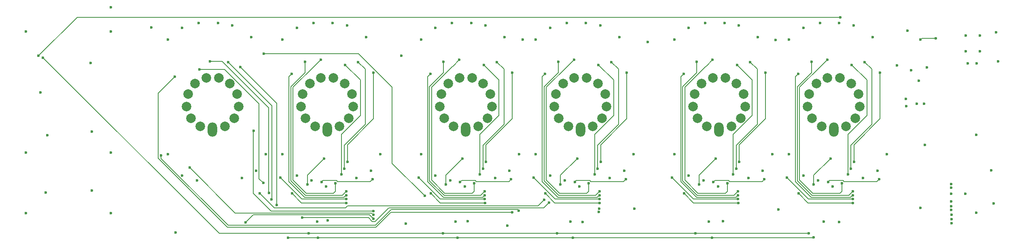
<source format=gbl>
G04 #@! TF.GenerationSoftware,KiCad,Pcbnew,8.0.5+1*
G04 #@! TF.CreationDate,2024-11-03T00:00:47+00:00*
G04 #@! TF.ProjectId,nixie_clock,6e697869-655f-4636-9c6f-636b2e6b6963,rev?*
G04 #@! TF.SameCoordinates,Original*
G04 #@! TF.FileFunction,Copper,L6,Bot*
G04 #@! TF.FilePolarity,Positive*
%FSLAX46Y46*%
G04 Gerber Fmt 4.6, Leading zero omitted, Abs format (unit mm)*
G04 Created by KiCad (PCBNEW 8.0.5+1) date 2024-11-03 00:00:47*
%MOMM*%
%LPD*%
G01*
G04 APERTURE LIST*
G04 #@! TA.AperFunction,ComponentPad*
%ADD10O,2.000000X3.000000*%
G04 #@! TD*
G04 #@! TA.AperFunction,ComponentPad*
%ADD11C,2.000000*%
G04 #@! TD*
G04 #@! TA.AperFunction,ViaPad*
%ADD12C,0.600000*%
G04 #@! TD*
G04 #@! TA.AperFunction,Conductor*
%ADD13C,0.200000*%
G04 #@! TD*
G04 APERTURE END LIST*
D10*
G04 #@! TO.P,V4,1,Anode*
G04 #@! TO.N,+170V*
X184000000Y-105500000D03*
D11*
G04 #@! TO.P,V4,2,Comma_L*
G04 #@! TO.N,Net-(U48-COLLECTOR)*
X181444023Y-104870008D03*
G04 #@! TO.P,V4,3,Cath_1*
G04 #@! TO.N,Net-(U49-COLLECTOR)*
X179473589Y-103124356D03*
G04 #@! TO.P,V4,4,Cath_2*
G04 #@! TO.N,Net-(U50-COLLECTOR)*
X178540101Y-100662952D03*
G04 #@! TO.P,V4,5,Cath_3*
G04 #@! TO.N,Net-(U51-COLLECTOR)*
X178857411Y-98049673D03*
G04 #@! TO.P,V4,6,Cath_4*
G04 #@! TO.N,Net-(U52-COLLECTOR)*
X180352825Y-95883191D03*
G04 #@! TO.P,V4,7,Cath_5*
G04 #@! TO.N,Net-(U53-COLLECTOR)*
X182683764Y-94659820D03*
G04 #@! TO.P,V4,8,Cath_6*
G04 #@! TO.N,Net-(U47-COLLECTOR)*
X185316236Y-94659820D03*
G04 #@! TO.P,V4,9,Cath_7*
G04 #@! TO.N,Net-(U46-COLLECTOR)*
X187647175Y-95883191D03*
G04 #@! TO.P,V4,10,Cath_8*
G04 #@! TO.N,Net-(U45-COLLECTOR)*
X189142589Y-98049673D03*
G04 #@! TO.P,V4,11,Cath_9*
G04 #@! TO.N,Net-(U44-COLLECTOR)*
X189459899Y-100662952D03*
G04 #@! TO.P,V4,12,Cath_0*
G04 #@! TO.N,Net-(U43-COLLECTOR)*
X188526411Y-103124356D03*
G04 #@! TO.P,V4,13,Comma_R*
G04 #@! TO.N,Net-(U42-COLLECTOR)*
X186555977Y-104870008D03*
G04 #@! TD*
D10*
G04 #@! TO.P,V5,1,Anode*
G04 #@! TO.N,+170V*
X208000000Y-105500000D03*
D11*
G04 #@! TO.P,V5,2,Comma_L*
G04 #@! TO.N,Net-(U61-COLLECTOR)*
X205444023Y-104870008D03*
G04 #@! TO.P,V5,3,Cath_1*
G04 #@! TO.N,Net-(U62-COLLECTOR)*
X203473589Y-103124356D03*
G04 #@! TO.P,V5,4,Cath_2*
G04 #@! TO.N,Net-(U63-COLLECTOR)*
X202540101Y-100662952D03*
G04 #@! TO.P,V5,5,Cath_3*
G04 #@! TO.N,Net-(U64-COLLECTOR)*
X202857411Y-98049673D03*
G04 #@! TO.P,V5,6,Cath_4*
G04 #@! TO.N,Net-(U65-COLLECTOR)*
X204352825Y-95883191D03*
G04 #@! TO.P,V5,7,Cath_5*
G04 #@! TO.N,Net-(U78-COLLECTOR)*
X206683764Y-94659820D03*
G04 #@! TO.P,V5,8,Cath_6*
G04 #@! TO.N,Net-(U60-COLLECTOR)*
X209316236Y-94659820D03*
G04 #@! TO.P,V5,9,Cath_7*
G04 #@! TO.N,Net-(U59-COLLECTOR)*
X211647175Y-95883191D03*
G04 #@! TO.P,V5,10,Cath_8*
G04 #@! TO.N,Net-(U58-COLLECTOR)*
X213142589Y-98049673D03*
G04 #@! TO.P,V5,11,Cath_9*
G04 #@! TO.N,Net-(U57-COLLECTOR)*
X213459899Y-100662952D03*
G04 #@! TO.P,V5,12,Cath_0*
G04 #@! TO.N,Net-(U56-COLLECTOR)*
X212526411Y-103124356D03*
G04 #@! TO.P,V5,13,Comma_R*
G04 #@! TO.N,Net-(U55-COLLECTOR)*
X210555977Y-104870008D03*
G04 #@! TD*
D10*
G04 #@! TO.P,V2,1,Anode*
G04 #@! TO.N,+170V*
X102000000Y-105500000D03*
D11*
G04 #@! TO.P,V2,2,Comma_L*
G04 #@! TO.N,Net-(U22-COLLECTOR)*
X99444023Y-104870008D03*
G04 #@! TO.P,V2,3,Cath_1*
G04 #@! TO.N,Net-(U23-COLLECTOR)*
X97473589Y-103124356D03*
G04 #@! TO.P,V2,4,Cath_2*
G04 #@! TO.N,Net-(U24-COLLECTOR)*
X96540101Y-100662952D03*
G04 #@! TO.P,V2,5,Cath_3*
G04 #@! TO.N,Net-(U25-COLLECTOR)*
X96857411Y-98049673D03*
G04 #@! TO.P,V2,6,Cath_4*
G04 #@! TO.N,Net-(U26-COLLECTOR)*
X98352825Y-95883191D03*
G04 #@! TO.P,V2,7,Cath_5*
G04 #@! TO.N,Net-(U27-COLLECTOR)*
X100683764Y-94659820D03*
G04 #@! TO.P,V2,8,Cath_6*
G04 #@! TO.N,Net-(U21-COLLECTOR)*
X103316236Y-94659820D03*
G04 #@! TO.P,V2,9,Cath_7*
G04 #@! TO.N,Net-(U20-COLLECTOR)*
X105647175Y-95883191D03*
G04 #@! TO.P,V2,10,Cath_8*
G04 #@! TO.N,Net-(U19-COLLECTOR)*
X107142589Y-98049673D03*
G04 #@! TO.P,V2,11,Cath_9*
G04 #@! TO.N,Net-(U18-COLLECTOR)*
X107459899Y-100662952D03*
G04 #@! TO.P,V2,12,Cath_0*
G04 #@! TO.N,Net-(U17-COLLECTOR)*
X106526411Y-103124356D03*
G04 #@! TO.P,V2,13,Comma_R*
G04 #@! TO.N,Net-(U16-COLLECTOR)*
X104555977Y-104870008D03*
G04 #@! TD*
D10*
G04 #@! TO.P,V6,1,Anode*
G04 #@! TO.N,+170V*
X78000000Y-105500000D03*
D11*
G04 #@! TO.P,V6,2,Comma_L*
G04 #@! TO.N,Net-(U72-COLLECTOR)*
X75444023Y-104870008D03*
G04 #@! TO.P,V6,3,Cath_1*
G04 #@! TO.N,Net-(U73-COLLECTOR)*
X73473589Y-103124356D03*
G04 #@! TO.P,V6,4,Cath_2*
G04 #@! TO.N,Net-(U74-COLLECTOR)*
X72540101Y-100662952D03*
G04 #@! TO.P,V6,5,Cath_3*
G04 #@! TO.N,Net-(U75-COLLECTOR)*
X72857411Y-98049673D03*
G04 #@! TO.P,V6,6,Cath_4*
G04 #@! TO.N,Net-(U76-COLLECTOR)*
X74352825Y-95883191D03*
G04 #@! TO.P,V6,7,Cath_5*
G04 #@! TO.N,Net-(U77-COLLECTOR)*
X76683764Y-94659820D03*
G04 #@! TO.P,V6,8,Cath_6*
G04 #@! TO.N,Net-(U71-COLLECTOR)*
X79316236Y-94659820D03*
G04 #@! TO.P,V6,9,Cath_7*
G04 #@! TO.N,Net-(U70-COLLECTOR)*
X81647175Y-95883191D03*
G04 #@! TO.P,V6,10,Cath_8*
G04 #@! TO.N,Net-(U69-COLLECTOR)*
X83142589Y-98049673D03*
G04 #@! TO.P,V6,11,Cath_9*
G04 #@! TO.N,Net-(U68-COLLECTOR)*
X83459899Y-100662952D03*
G04 #@! TO.P,V6,12,Cath_0*
G04 #@! TO.N,Net-(U67-COLLECTOR)*
X82526411Y-103124356D03*
G04 #@! TO.P,V6,13,Comma_R*
G04 #@! TO.N,Net-(U66-COLLECTOR)*
X80555977Y-104870008D03*
G04 #@! TD*
D10*
G04 #@! TO.P,V1,1,Anode*
G04 #@! TO.N,+170V*
X155000000Y-105500000D03*
D11*
G04 #@! TO.P,V1,2,Comma_L*
G04 #@! TO.N,Net-(U7-COLLECTOR)*
X152444023Y-104870008D03*
G04 #@! TO.P,V1,3,Cath_1*
G04 #@! TO.N,Net-(U8-COLLECTOR)*
X150473589Y-103124356D03*
G04 #@! TO.P,V1,4,Cath_2*
G04 #@! TO.N,Net-(U9-COLLECTOR)*
X149540101Y-100662952D03*
G04 #@! TO.P,V1,5,Cath_3*
G04 #@! TO.N,Net-(U10-COLLECTOR)*
X149857411Y-98049673D03*
G04 #@! TO.P,V1,6,Cath_4*
G04 #@! TO.N,Net-(U11-COLLECTOR)*
X151352825Y-95883191D03*
G04 #@! TO.P,V1,7,Cath_5*
G04 #@! TO.N,Net-(U12-COLLECTOR)*
X153683764Y-94659820D03*
G04 #@! TO.P,V1,8,Cath_6*
G04 #@! TO.N,Net-(U6-COLLECTOR)*
X156316236Y-94659820D03*
G04 #@! TO.P,V1,9,Cath_7*
G04 #@! TO.N,Net-(U5-COLLECTOR)*
X158647175Y-95883191D03*
G04 #@! TO.P,V1,10,Cath_8*
G04 #@! TO.N,Net-(U4-COLLECTOR)*
X160142589Y-98049673D03*
G04 #@! TO.P,V1,11,Cath_9*
G04 #@! TO.N,Net-(U3-COLLECTOR)*
X160459899Y-100662952D03*
G04 #@! TO.P,V1,12,Cath_0*
G04 #@! TO.N,Net-(U2-COLLECTOR)*
X159526411Y-103124356D03*
G04 #@! TO.P,V1,13,Comma_R*
G04 #@! TO.N,Net-(U1-COLLECTOR)*
X157555977Y-104870008D03*
G04 #@! TD*
D10*
G04 #@! TO.P,V3,1,Anode*
G04 #@! TO.N,+170V*
X131000000Y-105500000D03*
D11*
G04 #@! TO.P,V3,2,Comma_L*
G04 #@! TO.N,Net-(U35-COLLECTOR)*
X128444023Y-104870008D03*
G04 #@! TO.P,V3,3,Cath_1*
G04 #@! TO.N,Net-(U36-COLLECTOR)*
X126473589Y-103124356D03*
G04 #@! TO.P,V3,4,Cath_2*
G04 #@! TO.N,Net-(U37-COLLECTOR)*
X125540101Y-100662952D03*
G04 #@! TO.P,V3,5,Cath_3*
G04 #@! TO.N,Net-(U38-COLLECTOR)*
X125857411Y-98049673D03*
G04 #@! TO.P,V3,6,Cath_4*
G04 #@! TO.N,Net-(U39-COLLECTOR)*
X127352825Y-95883191D03*
G04 #@! TO.P,V3,7,Cath_5*
G04 #@! TO.N,Net-(U40-COLLECTOR)*
X129683764Y-94659820D03*
G04 #@! TO.P,V3,8,Cath_6*
G04 #@! TO.N,Net-(U34-COLLECTOR)*
X132316236Y-94659820D03*
G04 #@! TO.P,V3,9,Cath_7*
G04 #@! TO.N,Net-(U33-COLLECTOR)*
X134647175Y-95883191D03*
G04 #@! TO.P,V3,10,Cath_8*
G04 #@! TO.N,Net-(U32-COLLECTOR)*
X136142589Y-98049673D03*
G04 #@! TO.P,V3,11,Cath_9*
G04 #@! TO.N,Net-(U31-COLLECTOR)*
X136459899Y-100662952D03*
G04 #@! TO.P,V3,12,Cath_0*
G04 #@! TO.N,Net-(U30-COLLECTOR)*
X135526411Y-103124356D03*
G04 #@! TO.P,V3,13,Comma_R*
G04 #@! TO.N,Net-(U29-COLLECTOR)*
X133555977Y-104870008D03*
G04 #@! TD*
D12*
G04 #@! TO.N,GND*
X42000000Y-97700000D03*
X223100000Y-99115000D03*
X223150000Y-100565000D03*
X226900000Y-100065000D03*
X225400000Y-100065000D03*
G04 #@! TO.N,/Nixie_Control/Nixie_Block2/Cath_6*
X158772500Y-91950000D03*
X157963922Y-114891422D03*
G04 #@! TO.N,/Nixie_Control/Nixie_Block2/Cath_7*
X158581079Y-113708579D03*
X161472500Y-91350000D03*
G04 #@! TO.N,/Nixie_Control/Nixie_Block2/Cath_5*
X153622500Y-90900000D03*
X156722500Y-116802031D03*
G04 #@! TO.N,/Nixie_Control/Nixie_Block2/Cath_2*
X158972500Y-120102031D03*
X145172500Y-115600000D03*
G04 #@! TO.N,/Nixie_Control/Nixie_Block2/Comma_R*
X154322500Y-111600000D03*
X150822500Y-117050000D03*
G04 #@! TO.N,/Nixie_Control/Nixie_Block2/Cath_4*
X158972500Y-118452031D03*
X150322500Y-91250000D03*
G04 #@! TO.N,/Nixie_Control/Nixie_Block2/Cath_1*
X147648235Y-118924265D03*
X159029498Y-120900000D03*
G04 #@! TO.N,/Nixie_Control/Nixie_Block2/Cath_8*
X164672500Y-93550000D03*
X159222500Y-112250000D03*
G04 #@! TO.N,/Nixie_Control/Nixie_Block2/Cath_3*
X147572500Y-93850000D03*
X158972500Y-119302028D03*
G04 #@! TO.N,/Nixie_Control/Nixie_Block2/Cath_9*
X153822500Y-116500000D03*
X164472500Y-115950000D03*
G04 #@! TO.N,GND*
X151725000Y-116140000D03*
X152125000Y-83140000D03*
X145625000Y-86640000D03*
X152872500Y-124852031D03*
X164125000Y-114140000D03*
X148625000Y-115140000D03*
X161125000Y-115640000D03*
X148625000Y-84140000D03*
X156125000Y-83140000D03*
X154772500Y-117452031D03*
X166125000Y-110640000D03*
X145625000Y-110640000D03*
X163125000Y-86140000D03*
X159125000Y-83640000D03*
G04 #@! TO.N,/Nixie_Control1/Nixie_Block2/Cath_6*
X105772500Y-91950000D03*
X104963922Y-114891422D03*
G04 #@! TO.N,/Nixie_Control1/Nixie_Block2/Cath_7*
X105581079Y-113708579D03*
X108472500Y-91350000D03*
G04 #@! TO.N,/Nixie_Control1/Nixie_Block2/Cath_5*
X100622500Y-90900000D03*
X103722500Y-116802031D03*
G04 #@! TO.N,/Nixie_Control1/Nixie_Block2/Cath_2*
X105972500Y-120102031D03*
X92172500Y-115600000D03*
G04 #@! TO.N,/Nixie_Control1/Nixie_Block2/Comma_R*
X101322500Y-111600000D03*
X97822500Y-117050000D03*
G04 #@! TO.N,/Nixie_Control1/Nixie_Block2/Cath_4*
X105972500Y-118452031D03*
X97322500Y-91250000D03*
G04 #@! TO.N,/Nixie_Control1/Nixie_Block2/Cath_1*
X94648235Y-118924265D03*
X106029498Y-120900000D03*
G04 #@! TO.N,/Nixie_Control1/Nixie_Block2/Cath_8*
X111672500Y-93550000D03*
X106222500Y-112250000D03*
G04 #@! TO.N,/Nixie_Control1/Nixie_Block2/Cath_3*
X94572500Y-93850000D03*
X105972500Y-119302028D03*
G04 #@! TO.N,/Nixie_Control1/Nixie_Block2/Cath_9*
X100822500Y-116500000D03*
X111472500Y-115950000D03*
G04 #@! TO.N,GND*
X98725000Y-116140000D03*
X99125000Y-83140000D03*
X92625000Y-86640000D03*
X99872500Y-124852031D03*
X111125000Y-114140000D03*
X95625000Y-115140000D03*
X108125000Y-115640000D03*
X95625000Y-84140000D03*
X103125000Y-83140000D03*
X101772500Y-117452031D03*
X113125000Y-110640000D03*
X92625000Y-110640000D03*
X110125000Y-86140000D03*
X106125000Y-83640000D03*
G04 #@! TO.N,/Nixie_Control4/Nixie_Block2/Cath_6*
X211772500Y-91950000D03*
X210963922Y-114891422D03*
G04 #@! TO.N,/Nixie_Control4/Nixie_Block2/Cath_7*
X211581079Y-113708579D03*
X214472500Y-91350000D03*
G04 #@! TO.N,/Nixie_Control4/Nixie_Block2/Cath_5*
X206622500Y-90900000D03*
X209722500Y-116802031D03*
G04 #@! TO.N,/Nixie_Control4/Nixie_Block2/Cath_2*
X211972500Y-120102031D03*
X198172500Y-115600000D03*
G04 #@! TO.N,/Nixie_Control4/Nixie_Block2/Comma_R*
X207322500Y-111600000D03*
X203822500Y-117050000D03*
G04 #@! TO.N,/Nixie_Control4/Nixie_Block2/Cath_4*
X211972500Y-118452031D03*
X203322500Y-91250000D03*
G04 #@! TO.N,/Nixie_Control4/Nixie_Block2/Cath_1*
X200648235Y-118924265D03*
X212029498Y-120900000D03*
G04 #@! TO.N,/Nixie_Control4/Nixie_Block2/Cath_8*
X217672500Y-93550000D03*
X212222500Y-112250000D03*
G04 #@! TO.N,/Nixie_Control4/Nixie_Block2/Cath_3*
X200572500Y-93850000D03*
X211972500Y-119302028D03*
G04 #@! TO.N,/Nixie_Control4/Nixie_Block2/Cath_9*
X206822500Y-116500000D03*
X217472500Y-115950000D03*
G04 #@! TO.N,GND*
X204725000Y-116140000D03*
X205125000Y-83140000D03*
X198625000Y-86640000D03*
X205872500Y-124852031D03*
X217125000Y-114140000D03*
X201625000Y-115140000D03*
X214125000Y-115640000D03*
X201625000Y-84140000D03*
X209125000Y-83140000D03*
X207772500Y-117452031D03*
X219125000Y-110640000D03*
X198625000Y-110640000D03*
X216125000Y-86140000D03*
X212125000Y-83640000D03*
G04 #@! TO.N,/Nixie_Control2/Nixie_Block2/Cath_6*
X134772500Y-91950000D03*
X133963922Y-114891422D03*
G04 #@! TO.N,/Nixie_Control2/Nixie_Block2/Cath_7*
X134581079Y-113708579D03*
X137472500Y-91350000D03*
G04 #@! TO.N,/Nixie_Control2/Nixie_Block2/Cath_5*
X129622500Y-90900000D03*
X132722500Y-116802031D03*
G04 #@! TO.N,/Nixie_Control2/Nixie_Block2/Cath_2*
X134972500Y-120102031D03*
X121172500Y-115600000D03*
G04 #@! TO.N,/Nixie_Control2/Nixie_Block2/Comma_R*
X130322500Y-111600000D03*
X126822500Y-117050000D03*
G04 #@! TO.N,/Nixie_Control2/Nixie_Block2/Cath_4*
X134972500Y-118452031D03*
X126322500Y-91250000D03*
G04 #@! TO.N,/Nixie_Control2/Nixie_Block2/Cath_1*
X123648235Y-118924265D03*
X135029498Y-120900000D03*
G04 #@! TO.N,/Nixie_Control2/Nixie_Block2/Cath_8*
X140672500Y-93550000D03*
X135222500Y-112250000D03*
G04 #@! TO.N,/Nixie_Control2/Nixie_Block2/Cath_3*
X123572500Y-93850000D03*
X134972500Y-119302028D03*
G04 #@! TO.N,/Nixie_Control2/Nixie_Block2/Cath_9*
X129822500Y-116500000D03*
X140472500Y-115950000D03*
G04 #@! TO.N,GND*
X127725000Y-116140000D03*
X128125000Y-83140000D03*
X121625000Y-86640000D03*
X128872500Y-124852031D03*
X140125000Y-114140000D03*
X124625000Y-115140000D03*
X137125000Y-115640000D03*
X124625000Y-84140000D03*
X132125000Y-83140000D03*
X130772500Y-117452031D03*
X142125000Y-110640000D03*
X121625000Y-110640000D03*
X139125000Y-86140000D03*
X135125000Y-83640000D03*
X68625000Y-86640000D03*
X84125000Y-115640000D03*
X68625000Y-110640000D03*
X75125000Y-83140000D03*
X86125000Y-86140000D03*
X87125000Y-114140000D03*
X74725000Y-116140000D03*
X79125000Y-83140000D03*
X71625000Y-115140000D03*
X89125000Y-110640000D03*
X82125000Y-83640000D03*
X71625000Y-84140000D03*
G04 #@! TO.N,/Nixie_Control3/Nixie_Block2/Cath_6*
X187772500Y-91950000D03*
X186963922Y-114891422D03*
G04 #@! TO.N,/Nixie_Control3/Nixie_Block2/Cath_7*
X187581079Y-113708579D03*
X190472500Y-91350000D03*
G04 #@! TO.N,/Nixie_Control3/Nixie_Block2/Cath_5*
X182622500Y-90900000D03*
X185722500Y-116802031D03*
G04 #@! TO.N,/Nixie_Control3/Nixie_Block2/Cath_2*
X187972500Y-120102031D03*
X174172500Y-115600000D03*
G04 #@! TO.N,/Nixie_Control3/Nixie_Block2/Comma_R*
X183322500Y-111600000D03*
X179822500Y-117050000D03*
G04 #@! TO.N,/Nixie_Control3/Nixie_Block2/Cath_4*
X187972500Y-118452031D03*
X179322500Y-91250000D03*
G04 #@! TO.N,/Nixie_Control3/Nixie_Block2/Cath_1*
X176648235Y-118924265D03*
X188029498Y-120900000D03*
G04 #@! TO.N,/Nixie_Control3/Nixie_Block2/Cath_8*
X193672500Y-93550000D03*
X188222500Y-112250000D03*
G04 #@! TO.N,/Nixie_Control3/Nixie_Block2/Cath_3*
X176572500Y-93850000D03*
X187972500Y-119302028D03*
G04 #@! TO.N,/Nixie_Control3/Nixie_Block2/Cath_9*
X182822500Y-116500000D03*
X193472500Y-115950000D03*
G04 #@! TO.N,GND*
X180725000Y-116140000D03*
X181125000Y-83140000D03*
X174625000Y-86640000D03*
X181872500Y-124852031D03*
X193125000Y-114140000D03*
X177625000Y-115140000D03*
X190125000Y-115640000D03*
X177625000Y-84140000D03*
X185125000Y-83140000D03*
X183772500Y-117452031D03*
X195125000Y-110640000D03*
X174625000Y-110640000D03*
X192125000Y-86140000D03*
X188125000Y-83640000D03*
X117500000Y-90000000D03*
X242400000Y-91200000D03*
X52500000Y-91500000D03*
X196400000Y-122300000D03*
X166300000Y-122100000D03*
X225825600Y-95281150D03*
X158800000Y-122800000D03*
X56700000Y-84950000D03*
X38920000Y-84950000D03*
X38920000Y-123050000D03*
X118400000Y-125200000D03*
X226100000Y-121900000D03*
X158900000Y-122100000D03*
X70300000Y-127100000D03*
X56700000Y-123050000D03*
X224200000Y-93065000D03*
X43400000Y-106700000D03*
X235650000Y-89065000D03*
X223400000Y-84765000D03*
X236000000Y-91665000D03*
X235650000Y-85765000D03*
X38920000Y-110350000D03*
X65200000Y-84100000D03*
X241500000Y-121000000D03*
X237800000Y-106630000D03*
X227500000Y-92490000D03*
X56700000Y-110350000D03*
X43100000Y-118700000D03*
X240943516Y-114033707D03*
X227100000Y-108700000D03*
X237800000Y-122965000D03*
X169100000Y-87100000D03*
X139700000Y-125700000D03*
X52700000Y-105900000D03*
X235550000Y-119000000D03*
X52700000Y-118300000D03*
X142900000Y-86600000D03*
X242000000Y-85100000D03*
X195800000Y-86700000D03*
G04 #@! TO.N,+5V*
X155400000Y-124900000D03*
X56700000Y-79870000D03*
X237900000Y-91665000D03*
X221200000Y-92065000D03*
X184800000Y-124700000D03*
X238600000Y-85765000D03*
X131400000Y-124700000D03*
X238600000Y-89065000D03*
X102100000Y-124600000D03*
X209100000Y-124900000D03*
G04 #@! TO.N,+170V*
X232600000Y-120565000D03*
X232600000Y-116950000D03*
X232650000Y-123365000D03*
X232650000Y-124265000D03*
X232600000Y-117665000D03*
X232600000Y-121565000D03*
X232650000Y-125115000D03*
X232600000Y-122365000D03*
X232600000Y-118965000D03*
G04 #@! TO.N,Net-(Q1-G)*
X229310000Y-86380000D03*
X226100000Y-86640000D03*
G04 #@! TO.N,/Nixie_Block1/Cath_2*
X67200000Y-110900000D03*
X142100000Y-122500000D03*
G04 #@! TO.N,/Nixie_Control/SCL*
X203800000Y-128100000D03*
X93800000Y-128200000D03*
X129300000Y-128200000D03*
X153400000Y-128200000D03*
X182500000Y-128200000D03*
X100100000Y-128200000D03*
G04 #@! TO.N,/Nixie_Control/Ext_Clk*
X179100000Y-127300000D03*
X42500000Y-90400000D03*
X202800000Y-127300000D03*
X150100000Y-127300000D03*
X126200000Y-127300000D03*
X98100000Y-127300000D03*
G04 #@! TO.N,/Nixie_Block1/Cath_0*
X87900000Y-118900000D03*
X147400000Y-120200000D03*
G04 #@! TO.N,/Nixie_Block1/Cath_3*
X70080015Y-94446485D03*
X140700000Y-122900000D03*
G04 #@! TO.N,/Nixie_Block1/Cath_1*
X96800000Y-124000000D03*
X148400000Y-120800000D03*
G04 #@! TO.N,/Nixie_Boost/HV_EN*
X41600000Y-90000000D03*
X209400000Y-81930000D03*
G04 #@! TO.N,/Nixie_Block1/Cath_6*
X81300000Y-91400000D03*
X90351470Y-120148530D03*
G04 #@! TO.N,/Nixie_Block1/Cath_5*
X77500000Y-91200000D03*
X89825735Y-118774265D03*
G04 #@! TO.N,/Nixie_Block1/Cath_4*
X88600000Y-116700000D03*
X75300000Y-92900000D03*
G04 #@! TO.N,/Nixie_Block1/Cath_7*
X83800000Y-92400000D03*
X91400000Y-121352031D03*
G04 #@! TO.N,/Nixie_Block1/Cath_9*
X111700000Y-122600000D03*
X86600000Y-105800000D03*
G04 #@! TO.N,/Nixie_Block1/Comma_R*
X111700000Y-124200006D03*
X84900000Y-125000000D03*
G04 #@! TO.N,/Nixie_Block1/Comma_L*
X111700000Y-123400003D03*
X73200000Y-113500000D03*
G04 #@! TO.N,/Nixie_Block1/Cath_8*
X122400000Y-119400000D03*
X88700000Y-89600000D03*
G04 #@! TD*
D13*
G04 #@! TO.N,/Nixie_Control/Nixie_Block2/Cath_6*
X161922500Y-95100000D02*
X158772500Y-91950000D01*
X157963922Y-106525323D02*
X161922500Y-102566745D01*
X157963922Y-106525323D02*
X157963922Y-114891422D01*
X161922500Y-102566745D02*
X161922500Y-95100000D01*
G04 #@! TO.N,/Nixie_Control/Nixie_Block2/Cath_7*
X158581079Y-108775735D02*
X158581079Y-113708579D01*
X158581079Y-108775735D02*
X162972500Y-104384314D01*
X162972500Y-92850000D02*
X161472500Y-91350000D01*
X162972500Y-104384314D02*
X162972500Y-92850000D01*
G04 #@! TO.N,/Nixie_Control/Nixie_Block2/Cath_5*
X152322500Y-92200000D02*
X153622500Y-90900000D01*
X147822500Y-116118628D02*
X147822500Y-96650000D01*
X152272500Y-92200000D02*
X152322500Y-92200000D01*
X156722500Y-116802031D02*
X156722500Y-118502031D01*
X150605903Y-118902031D02*
X147822500Y-116118628D01*
X147822500Y-96650000D02*
X152272500Y-92200000D01*
X156322500Y-118902031D02*
X150605903Y-118902031D01*
X156722500Y-118502031D02*
X156322500Y-118902031D01*
G04 #@! TO.N,/Nixie_Control/Nixie_Block2/Cath_2*
X158972500Y-120102031D02*
X149674530Y-120102031D01*
X158972500Y-120102031D02*
X158922500Y-120152031D01*
X149674530Y-120102031D02*
X145172500Y-115600001D01*
X145172500Y-115600001D02*
X145172500Y-115600000D01*
G04 #@! TO.N,/Nixie_Control/Nixie_Block2/Comma_R*
X150822500Y-117050000D02*
X150822500Y-115100000D01*
X150822500Y-115100000D02*
X154322500Y-111600000D01*
G04 #@! TO.N,/Nixie_Control/Nixie_Block2/Cath_4*
X150322500Y-93584314D02*
X150322500Y-91250000D01*
X147372500Y-116234314D02*
X147372500Y-96534314D01*
X147372500Y-96534314D02*
X150322500Y-93584314D01*
X158972500Y-118452031D02*
X158122500Y-119302031D01*
X150440217Y-119302031D02*
X147372500Y-116234314D01*
X158122500Y-119302031D02*
X150440217Y-119302031D01*
G04 #@! TO.N,/Nixie_Control/Nixie_Block2/Cath_1*
X149623970Y-120900000D02*
X147648235Y-118924265D01*
X159029498Y-120900000D02*
X149623970Y-120900000D01*
G04 #@! TO.N,/Nixie_Control/Nixie_Block2/Cath_8*
X159222500Y-108700000D02*
X159222500Y-112250000D01*
X164672500Y-103250000D02*
X164672500Y-93550000D01*
X159222500Y-108700000D02*
X164672500Y-103250000D01*
G04 #@! TO.N,/Nixie_Control/Nixie_Block2/Cath_3*
X158923974Y-119302028D02*
X158523971Y-119702031D01*
X158972500Y-119302028D02*
X158923974Y-119302028D01*
X150274531Y-119702031D02*
X146972500Y-116400000D01*
X158523971Y-119702031D02*
X150274531Y-119702031D01*
X146972500Y-116400000D02*
X146972500Y-94450000D01*
X146972500Y-94450000D02*
X147572500Y-93850000D01*
G04 #@! TO.N,/Nixie_Control/Nixie_Block2/Cath_9*
X156971029Y-116202031D02*
X157168998Y-116400000D01*
X157168998Y-116400000D02*
X164022500Y-116400000D01*
X164022500Y-116400000D02*
X164472500Y-115950000D01*
X154120469Y-116202031D02*
X156971029Y-116202031D01*
X153822500Y-116500000D02*
X154120469Y-116202031D01*
G04 #@! TO.N,/Nixie_Control1/Nixie_Block2/Cath_6*
X108922500Y-95100000D02*
X105772500Y-91950000D01*
X104963922Y-106525323D02*
X108922500Y-102566745D01*
X104963922Y-106525323D02*
X104963922Y-114891422D01*
X108922500Y-102566745D02*
X108922500Y-95100000D01*
G04 #@! TO.N,/Nixie_Control1/Nixie_Block2/Cath_7*
X105581079Y-108775735D02*
X105581079Y-113708579D01*
X105581079Y-108775735D02*
X109972500Y-104384314D01*
X109972500Y-92850000D02*
X108472500Y-91350000D01*
X109972500Y-104384314D02*
X109972500Y-92850000D01*
G04 #@! TO.N,/Nixie_Control1/Nixie_Block2/Cath_5*
X99322500Y-92200000D02*
X100622500Y-90900000D01*
X94822500Y-116118628D02*
X94822500Y-96650000D01*
X99272500Y-92200000D02*
X99322500Y-92200000D01*
X103722500Y-116802031D02*
X103722500Y-118502031D01*
X97605903Y-118902031D02*
X94822500Y-116118628D01*
X94822500Y-96650000D02*
X99272500Y-92200000D01*
X103322500Y-118902031D02*
X97605903Y-118902031D01*
X103722500Y-118502031D02*
X103322500Y-118902031D01*
G04 #@! TO.N,/Nixie_Control1/Nixie_Block2/Cath_2*
X105972500Y-120102031D02*
X96674530Y-120102031D01*
X105972500Y-120102031D02*
X105922500Y-120152031D01*
X96674530Y-120102031D02*
X92172500Y-115600001D01*
X92172500Y-115600001D02*
X92172500Y-115600000D01*
G04 #@! TO.N,/Nixie_Control1/Nixie_Block2/Comma_R*
X97822500Y-117050000D02*
X97822500Y-115100000D01*
X97822500Y-115100000D02*
X101322500Y-111600000D01*
G04 #@! TO.N,/Nixie_Control1/Nixie_Block2/Cath_4*
X97322500Y-93584314D02*
X97322500Y-91250000D01*
X94372500Y-116234314D02*
X94372500Y-96534314D01*
X94372500Y-96534314D02*
X97322500Y-93584314D01*
X105972500Y-118452031D02*
X105122500Y-119302031D01*
X97440217Y-119302031D02*
X94372500Y-116234314D01*
X105122500Y-119302031D02*
X97440217Y-119302031D01*
G04 #@! TO.N,/Nixie_Control1/Nixie_Block2/Cath_1*
X96623970Y-120900000D02*
X94648235Y-118924265D01*
X106029498Y-120900000D02*
X96623970Y-120900000D01*
G04 #@! TO.N,/Nixie_Control1/Nixie_Block2/Cath_8*
X106222500Y-108700000D02*
X106222500Y-112250000D01*
X111672500Y-103250000D02*
X111672500Y-93550000D01*
X106222500Y-108700000D02*
X111672500Y-103250000D01*
G04 #@! TO.N,/Nixie_Control1/Nixie_Block2/Cath_3*
X105923974Y-119302028D02*
X105523971Y-119702031D01*
X105972500Y-119302028D02*
X105923974Y-119302028D01*
X97274531Y-119702031D02*
X93972500Y-116400000D01*
X105523971Y-119702031D02*
X97274531Y-119702031D01*
X93972500Y-116400000D02*
X93972500Y-94450000D01*
X93972500Y-94450000D02*
X94572500Y-93850000D01*
G04 #@! TO.N,/Nixie_Control1/Nixie_Block2/Cath_9*
X103971029Y-116202031D02*
X104168998Y-116400000D01*
X104168998Y-116400000D02*
X111022500Y-116400000D01*
X111022500Y-116400000D02*
X111472500Y-115950000D01*
X101120469Y-116202031D02*
X103971029Y-116202031D01*
X100822500Y-116500000D02*
X101120469Y-116202031D01*
G04 #@! TO.N,/Nixie_Control4/Nixie_Block2/Cath_6*
X214922500Y-95100000D02*
X211772500Y-91950000D01*
X210963922Y-106525323D02*
X214922500Y-102566745D01*
X210963922Y-106525323D02*
X210963922Y-114891422D01*
X214922500Y-102566745D02*
X214922500Y-95100000D01*
G04 #@! TO.N,/Nixie_Control4/Nixie_Block2/Cath_7*
X211581079Y-108775735D02*
X211581079Y-113708579D01*
X211581079Y-108775735D02*
X215972500Y-104384314D01*
X215972500Y-92850000D02*
X214472500Y-91350000D01*
X215972500Y-104384314D02*
X215972500Y-92850000D01*
G04 #@! TO.N,/Nixie_Control4/Nixie_Block2/Cath_5*
X205322500Y-92200000D02*
X206622500Y-90900000D01*
X200822500Y-116118628D02*
X200822500Y-96650000D01*
X205272500Y-92200000D02*
X205322500Y-92200000D01*
X209722500Y-116802031D02*
X209722500Y-118502031D01*
X203605903Y-118902031D02*
X200822500Y-116118628D01*
X200822500Y-96650000D02*
X205272500Y-92200000D01*
X209322500Y-118902031D02*
X203605903Y-118902031D01*
X209722500Y-118502031D02*
X209322500Y-118902031D01*
G04 #@! TO.N,/Nixie_Control4/Nixie_Block2/Cath_2*
X211972500Y-120102031D02*
X202674530Y-120102031D01*
X211972500Y-120102031D02*
X211922500Y-120152031D01*
X202674530Y-120102031D02*
X198172500Y-115600001D01*
X198172500Y-115600001D02*
X198172500Y-115600000D01*
G04 #@! TO.N,/Nixie_Control4/Nixie_Block2/Comma_R*
X203822500Y-117050000D02*
X203822500Y-115100000D01*
X203822500Y-115100000D02*
X207322500Y-111600000D01*
G04 #@! TO.N,/Nixie_Control4/Nixie_Block2/Cath_4*
X203322500Y-93584314D02*
X203322500Y-91250000D01*
X200372500Y-116234314D02*
X200372500Y-96534314D01*
X200372500Y-96534314D02*
X203322500Y-93584314D01*
X211972500Y-118452031D02*
X211122500Y-119302031D01*
X203440217Y-119302031D02*
X200372500Y-116234314D01*
X211122500Y-119302031D02*
X203440217Y-119302031D01*
G04 #@! TO.N,/Nixie_Control4/Nixie_Block2/Cath_1*
X202623970Y-120900000D02*
X200648235Y-118924265D01*
X212029498Y-120900000D02*
X202623970Y-120900000D01*
G04 #@! TO.N,/Nixie_Control4/Nixie_Block2/Cath_8*
X212222500Y-108700000D02*
X212222500Y-112250000D01*
X217672500Y-103250000D02*
X217672500Y-93550000D01*
X212222500Y-108700000D02*
X217672500Y-103250000D01*
G04 #@! TO.N,/Nixie_Control4/Nixie_Block2/Cath_3*
X211923974Y-119302028D02*
X211523971Y-119702031D01*
X211972500Y-119302028D02*
X211923974Y-119302028D01*
X203274531Y-119702031D02*
X199972500Y-116400000D01*
X211523971Y-119702031D02*
X203274531Y-119702031D01*
X199972500Y-116400000D02*
X199972500Y-94450000D01*
X199972500Y-94450000D02*
X200572500Y-93850000D01*
G04 #@! TO.N,/Nixie_Control4/Nixie_Block2/Cath_9*
X209971029Y-116202031D02*
X210168998Y-116400000D01*
X210168998Y-116400000D02*
X217022500Y-116400000D01*
X217022500Y-116400000D02*
X217472500Y-115950000D01*
X207120469Y-116202031D02*
X209971029Y-116202031D01*
X206822500Y-116500000D02*
X207120469Y-116202031D01*
G04 #@! TO.N,/Nixie_Control2/Nixie_Block2/Cath_6*
X137922500Y-95100000D02*
X134772500Y-91950000D01*
X133963922Y-106525323D02*
X137922500Y-102566745D01*
X133963922Y-106525323D02*
X133963922Y-114891422D01*
X137922500Y-102566745D02*
X137922500Y-95100000D01*
G04 #@! TO.N,/Nixie_Control2/Nixie_Block2/Cath_7*
X134581079Y-108775735D02*
X134581079Y-113708579D01*
X134581079Y-108775735D02*
X138972500Y-104384314D01*
X138972500Y-92850000D02*
X137472500Y-91350000D01*
X138972500Y-104384314D02*
X138972500Y-92850000D01*
G04 #@! TO.N,/Nixie_Control2/Nixie_Block2/Cath_5*
X128322500Y-92200000D02*
X129622500Y-90900000D01*
X123822500Y-116118628D02*
X123822500Y-96650000D01*
X128272500Y-92200000D02*
X128322500Y-92200000D01*
X132722500Y-116802031D02*
X132722500Y-118502031D01*
X126605903Y-118902031D02*
X123822500Y-116118628D01*
X123822500Y-96650000D02*
X128272500Y-92200000D01*
X132322500Y-118902031D02*
X126605903Y-118902031D01*
X132722500Y-118502031D02*
X132322500Y-118902031D01*
G04 #@! TO.N,/Nixie_Control2/Nixie_Block2/Cath_2*
X134972500Y-120102031D02*
X125674530Y-120102031D01*
X134972500Y-120102031D02*
X134922500Y-120152031D01*
X125674530Y-120102031D02*
X121172500Y-115600001D01*
X121172500Y-115600001D02*
X121172500Y-115600000D01*
G04 #@! TO.N,/Nixie_Control2/Nixie_Block2/Comma_R*
X126822500Y-117050000D02*
X126822500Y-115100000D01*
X126822500Y-115100000D02*
X130322500Y-111600000D01*
G04 #@! TO.N,/Nixie_Control2/Nixie_Block2/Cath_4*
X126322500Y-93584314D02*
X126322500Y-91250000D01*
X123372500Y-116234314D02*
X123372500Y-96534314D01*
X123372500Y-96534314D02*
X126322500Y-93584314D01*
X134972500Y-118452031D02*
X134122500Y-119302031D01*
X126440217Y-119302031D02*
X123372500Y-116234314D01*
X134122500Y-119302031D02*
X126440217Y-119302031D01*
G04 #@! TO.N,/Nixie_Control2/Nixie_Block2/Cath_1*
X125623970Y-120900000D02*
X123648235Y-118924265D01*
X135029498Y-120900000D02*
X125623970Y-120900000D01*
G04 #@! TO.N,/Nixie_Control2/Nixie_Block2/Cath_8*
X135222500Y-108700000D02*
X135222500Y-112250000D01*
X140672500Y-103250000D02*
X140672500Y-93550000D01*
X135222500Y-108700000D02*
X140672500Y-103250000D01*
G04 #@! TO.N,/Nixie_Control2/Nixie_Block2/Cath_3*
X134923974Y-119302028D02*
X134523971Y-119702031D01*
X134972500Y-119302028D02*
X134923974Y-119302028D01*
X126274531Y-119702031D02*
X122972500Y-116400000D01*
X134523971Y-119702031D02*
X126274531Y-119702031D01*
X122972500Y-116400000D02*
X122972500Y-94450000D01*
X122972500Y-94450000D02*
X123572500Y-93850000D01*
G04 #@! TO.N,/Nixie_Control2/Nixie_Block2/Cath_9*
X132971029Y-116202031D02*
X133168998Y-116400000D01*
X133168998Y-116400000D02*
X140022500Y-116400000D01*
X140022500Y-116400000D02*
X140472500Y-115950000D01*
X130120469Y-116202031D02*
X132971029Y-116202031D01*
X129822500Y-116500000D02*
X130120469Y-116202031D01*
G04 #@! TO.N,/Nixie_Control3/Nixie_Block2/Cath_6*
X190922500Y-95100000D02*
X187772500Y-91950000D01*
X186963922Y-106525323D02*
X190922500Y-102566745D01*
X186963922Y-106525323D02*
X186963922Y-114891422D01*
X190922500Y-102566745D02*
X190922500Y-95100000D01*
G04 #@! TO.N,/Nixie_Control3/Nixie_Block2/Cath_7*
X187581079Y-108775735D02*
X187581079Y-113708579D01*
X187581079Y-108775735D02*
X191972500Y-104384314D01*
X191972500Y-92850000D02*
X190472500Y-91350000D01*
X191972500Y-104384314D02*
X191972500Y-92850000D01*
G04 #@! TO.N,/Nixie_Control3/Nixie_Block2/Cath_5*
X181322500Y-92200000D02*
X182622500Y-90900000D01*
X176822500Y-116118628D02*
X176822500Y-96650000D01*
X181272500Y-92200000D02*
X181322500Y-92200000D01*
X185722500Y-116802031D02*
X185722500Y-118502031D01*
X179605903Y-118902031D02*
X176822500Y-116118628D01*
X176822500Y-96650000D02*
X181272500Y-92200000D01*
X185322500Y-118902031D02*
X179605903Y-118902031D01*
X185722500Y-118502031D02*
X185322500Y-118902031D01*
G04 #@! TO.N,/Nixie_Control3/Nixie_Block2/Cath_2*
X187972500Y-120102031D02*
X178674530Y-120102031D01*
X187972500Y-120102031D02*
X187922500Y-120152031D01*
X178674530Y-120102031D02*
X174172500Y-115600001D01*
X174172500Y-115600001D02*
X174172500Y-115600000D01*
G04 #@! TO.N,/Nixie_Control3/Nixie_Block2/Comma_R*
X179822500Y-117050000D02*
X179822500Y-115100000D01*
X179822500Y-115100000D02*
X183322500Y-111600000D01*
G04 #@! TO.N,/Nixie_Control3/Nixie_Block2/Cath_4*
X179322500Y-93584314D02*
X179322500Y-91250000D01*
X176372500Y-116234314D02*
X176372500Y-96534314D01*
X176372500Y-96534314D02*
X179322500Y-93584314D01*
X187972500Y-118452031D02*
X187122500Y-119302031D01*
X179440217Y-119302031D02*
X176372500Y-116234314D01*
X187122500Y-119302031D02*
X179440217Y-119302031D01*
G04 #@! TO.N,/Nixie_Control3/Nixie_Block2/Cath_1*
X178623970Y-120900000D02*
X176648235Y-118924265D01*
X188029498Y-120900000D02*
X178623970Y-120900000D01*
G04 #@! TO.N,/Nixie_Control3/Nixie_Block2/Cath_8*
X188222500Y-108700000D02*
X188222500Y-112250000D01*
X193672500Y-103250000D02*
X193672500Y-93550000D01*
X188222500Y-108700000D02*
X193672500Y-103250000D01*
G04 #@! TO.N,/Nixie_Control3/Nixie_Block2/Cath_3*
X187923974Y-119302028D02*
X187523971Y-119702031D01*
X187972500Y-119302028D02*
X187923974Y-119302028D01*
X179274531Y-119702031D02*
X175972500Y-116400000D01*
X187523971Y-119702031D02*
X179274531Y-119702031D01*
X175972500Y-116400000D02*
X175972500Y-94450000D01*
X175972500Y-94450000D02*
X176572500Y-93850000D01*
G04 #@! TO.N,/Nixie_Control3/Nixie_Block2/Cath_9*
X185971029Y-116202031D02*
X186168998Y-116400000D01*
X186168998Y-116400000D02*
X193022500Y-116400000D01*
X193022500Y-116400000D02*
X193472500Y-115950000D01*
X183120469Y-116202031D02*
X185971029Y-116202031D01*
X182822500Y-116500000D02*
X183120469Y-116202031D01*
G04 #@! TO.N,Net-(Q1-G)*
X226100000Y-86640000D02*
X226360000Y-86380000D01*
X226360000Y-86380000D02*
X229310000Y-86380000D01*
X229250000Y-86440000D02*
X229310000Y-86380000D01*
G04 #@! TO.N,/Nixie_Block1/Cath_2*
X115348529Y-122300000D02*
X112048529Y-125600000D01*
X141900000Y-122300000D02*
X115348529Y-122300000D01*
X112048529Y-125600000D02*
X81236471Y-125600000D01*
X67200000Y-111563529D02*
X67200000Y-110900000D01*
X142100000Y-122500000D02*
X141900000Y-122300000D01*
X81236471Y-125600000D02*
X67200000Y-111563529D01*
G04 #@! TO.N,/Nixie_Control/SCL*
X182500000Y-128200000D02*
X203700000Y-128200000D01*
X129300000Y-128200000D02*
X153400000Y-128200000D01*
X153400000Y-128200000D02*
X182500000Y-128200000D01*
X93800000Y-128200000D02*
X100100000Y-128200000D01*
X100100000Y-128200000D02*
X129300000Y-128200000D01*
X203700000Y-128200000D02*
X203800000Y-128100000D01*
G04 #@! TO.N,/Nixie_Control/Ext_Clk*
X150100000Y-127300000D02*
X179100000Y-127300000D01*
X126200000Y-127300000D02*
X150100000Y-127300000D01*
X98100000Y-127300000D02*
X79400000Y-127300000D01*
X98100000Y-127300000D02*
X126200000Y-127300000D01*
X179100000Y-127300000D02*
X202800000Y-127300000D01*
X79400000Y-127300000D02*
X42500000Y-90400000D01*
G04 #@! TO.N,/Nixie_Block1/Cath_0*
X146100000Y-121500000D02*
X106278027Y-121500000D01*
X90952031Y-121952031D02*
X87900000Y-118900000D01*
X105825996Y-121952031D02*
X90952031Y-121952031D01*
X147400000Y-120200000D02*
X146100000Y-121500000D01*
X106278027Y-121500000D02*
X105825996Y-121952031D01*
G04 #@! TO.N,/Nixie_Block1/Cath_3*
X112214215Y-126000000D02*
X115314215Y-122900000D01*
X115314215Y-122900000D02*
X140700000Y-122900000D01*
X81070785Y-126000000D02*
X112214215Y-126000000D01*
X66600000Y-111529215D02*
X81070785Y-126000000D01*
X70080015Y-94446485D02*
X66600000Y-97926500D01*
X66600000Y-97926500D02*
X66600000Y-111529215D01*
G04 #@! TO.N,/Nixie_Block1/Cath_1*
X111999994Y-124800006D02*
X114900000Y-121900000D01*
X96800000Y-124000000D02*
X110651465Y-124000000D01*
X110651465Y-124000000D02*
X111451471Y-124800006D01*
X114900000Y-121900000D02*
X147300000Y-121900000D01*
X147300000Y-121900000D02*
X148400000Y-120800000D01*
X111451471Y-124800006D02*
X111999994Y-124800006D01*
G04 #@! TO.N,/Nixie_Boost/HV_EN*
X49670000Y-81930000D02*
X41600000Y-90000000D01*
X209400000Y-81930000D02*
X49670000Y-81930000D01*
G04 #@! TO.N,/Nixie_Block1/Cath_6*
X90425735Y-100525735D02*
X81300000Y-91400000D01*
X90425735Y-120074265D02*
X90425735Y-100525735D01*
X90351470Y-120148530D02*
X90425735Y-120074265D01*
G04 #@! TO.N,/Nixie_Block1/Cath_5*
X89725000Y-100925000D02*
X80000000Y-91200000D01*
X89825735Y-118774265D02*
X89725000Y-118673530D01*
X80000000Y-91200000D02*
X77500000Y-91200000D01*
X89725000Y-118673530D02*
X89725000Y-100925000D01*
G04 #@! TO.N,/Nixie_Block1/Cath_4*
X88600000Y-116700000D02*
X87725000Y-115825000D01*
X80502462Y-92900000D02*
X75300000Y-92900000D01*
X87725000Y-100122538D02*
X80502462Y-92900000D01*
X87725000Y-115825000D02*
X87725000Y-100122538D01*
G04 #@! TO.N,/Nixie_Block1/Cath_7*
X91400000Y-121352031D02*
X91400000Y-100000000D01*
X91400000Y-100000000D02*
X83800000Y-92400000D01*
G04 #@! TO.N,/Nixie_Block1/Cath_9*
X86525000Y-105875000D02*
X86600000Y-105800000D01*
X111700000Y-122600000D02*
X90236471Y-122600000D01*
X90236471Y-122600000D02*
X86525000Y-118888529D01*
X86525000Y-118888529D02*
X86525000Y-105875000D01*
G04 #@! TO.N,/Nixie_Block1/Comma_R*
X110851468Y-123400000D02*
X86500000Y-123400000D01*
X86500000Y-123400000D02*
X84900000Y-125000000D01*
X111700000Y-124200006D02*
X111499997Y-124000003D01*
X111451471Y-124000003D02*
X110851468Y-123400000D01*
X111499997Y-124000003D02*
X111451471Y-124000003D01*
G04 #@! TO.N,/Nixie_Block1/Comma_L*
X111651474Y-123400003D02*
X111251471Y-123000000D01*
X82700000Y-123000000D02*
X73200000Y-113500000D01*
X111700000Y-123400003D02*
X111651474Y-123400003D01*
X111251471Y-123000000D02*
X82700000Y-123000000D01*
G04 #@! TO.N,/Nixie_Block1/Cath_8*
X115600000Y-112600000D02*
X115600000Y-96628971D01*
X115600000Y-96628971D02*
X108571029Y-89600000D01*
X108571029Y-89600000D02*
X88700000Y-89600000D01*
X122400000Y-119400000D02*
X115600000Y-112600000D01*
G04 #@! TD*
M02*

</source>
